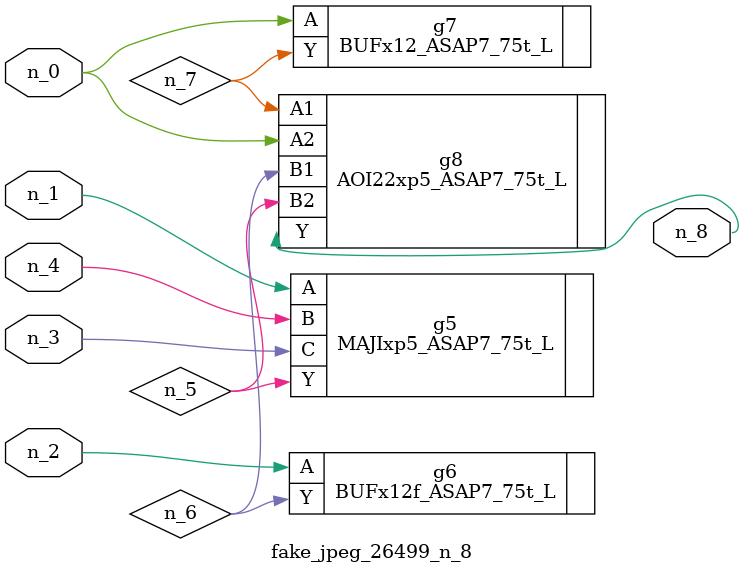
<source format=v>
module fake_jpeg_26499_n_8 (n_3, n_2, n_1, n_0, n_4, n_8);

input n_3;
input n_2;
input n_1;
input n_0;
input n_4;

output n_8;

wire n_6;
wire n_5;
wire n_7;

MAJIxp5_ASAP7_75t_L g5 ( 
.A(n_1),
.B(n_4),
.C(n_3),
.Y(n_5)
);

BUFx12f_ASAP7_75t_L g6 ( 
.A(n_2),
.Y(n_6)
);

BUFx12_ASAP7_75t_L g7 ( 
.A(n_0),
.Y(n_7)
);

AOI22xp5_ASAP7_75t_L g8 ( 
.A1(n_7),
.A2(n_0),
.B1(n_6),
.B2(n_5),
.Y(n_8)
);


endmodule
</source>
